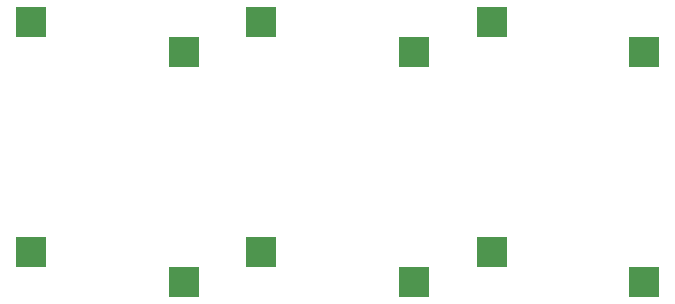
<source format=gtp>
%TF.GenerationSoftware,KiCad,Pcbnew,5.1.9-73d0e3b20d~88~ubuntu20.10.1*%
%TF.CreationDate,2021-04-11T15:17:01-07:00*%
%TF.ProjectId,macropad-v2_0_0,6d616372-6f70-4616-942d-76325f305f30,rev?*%
%TF.SameCoordinates,Original*%
%TF.FileFunction,Paste,Top*%
%TF.FilePolarity,Positive*%
%FSLAX46Y46*%
G04 Gerber Fmt 4.6, Leading zero omitted, Abs format (unit mm)*
G04 Created by KiCad (PCBNEW 5.1.9-73d0e3b20d~88~ubuntu20.10.1) date 2021-04-11 15:17:01*
%MOMM*%
%LPD*%
G01*
G04 APERTURE LIST*
%ADD10R,2.550000X2.500000*%
G04 APERTURE END LIST*
D10*
%TO.C,SW3*%
X162592000Y-142830000D03*
X149665000Y-140290000D03*
%TD*%
%TO.C,SW6*%
X162592000Y-162330000D03*
X149665000Y-159790000D03*
%TD*%
%TO.C,SW5*%
X143092000Y-162330000D03*
X130165000Y-159790000D03*
%TD*%
%TO.C,SW1*%
X123592000Y-142830000D03*
X110665000Y-140290000D03*
%TD*%
%TO.C,SW4*%
X123592000Y-162330000D03*
X110665000Y-159790000D03*
%TD*%
%TO.C,SW2*%
X130165000Y-140290000D03*
X143092000Y-142830000D03*
%TD*%
M02*

</source>
